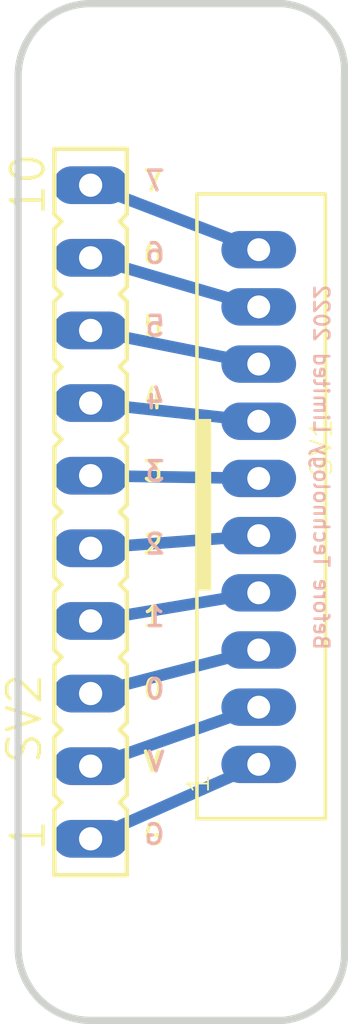
<source format=kicad_pcb>
(kicad_pcb (version 20211014) (generator pcbnew)
  (layers (0 "F.Cu" signal) (31 "B.Cu" signal) (34 "B.Paste" user) (35 "F.Paste" user) (36 "B.SilkS" user "B.Silkscreen") (37 "F.SilkS" user "F.Silkscreen") (38 "B.Mask" user) (39 "F.Mask" user) (44 "Edge.Cuts" user))
  (net 0 "")
  (net 1 "N$2")
  (net 2 "N$4")
  (net 3 "N$5")
  (net 4 "N$6")
  (net 5 "N$7")
  (net 6 "N$8")
  (net 7 "N$9")
  (net 8 "N$20")
  (net 9 "N$11")
  (net 10 "N$12")
  (footprint "weaver_sil01:JST_B10B-PH_HEADER" (layer "F.Cu") (at 151.164245 109.8296 -90)
    (fp_text reference "SV1" (at -6 -2.6825 -90) (layer "F.SilkS") (effects (font (size 0.747776 0.747776) (thickness 0.065024)) (justify left bottom)))
    (fp_text value "JST-PH_10-PIN_HEADER" hide)
    (fp_text user "1" (at 5.07 1.635 -90) (layer "F.SilkS") (effects (font (size 0.747776 0.747776) (thickness 0.065024)) (justify left bottom)))
    (fp_line (start 5.9 2.1175) (end -15.95 2.1175) (layer "F.SilkS") (width 0.127))
    (fp_line (start -15.95 -2.3825) (end 5.9 -2.3825) (layer "F.SilkS") (width 0.127))
    (fp_line (start -15.95 2.1175) (end -15.95 -2.3825) (layer "F.SilkS") (width 0.127))
    (fp_line (start 5.9 -2.3825) (end 5.9 2.1175) (layer "F.SilkS") (width 0.127))
    (fp_poly (pts (xy -8.08 2.1175) (xy -2.08 2.1175) (xy -2.08 1.6175) (xy -8.08 1.6175)) (layer "F.SilkS") (width 0) (fill solid))
    (pad "P1" thru_hole oval (at 4 -0.0475) (size 2.616 1.308) (drill 0.8) (layers *.Cu *.Mask) (net 10 "N$12"))
    (pad "P2" thru_hole oval (at 2 -0.0475) (size 2.616 1.308) (drill 0.8) (layers *.Cu *.Mask) (net 8 "N$20"))
    (pad "P3" thru_hole oval (at 0 -0.0475) (size 2.616 1.308) (drill 0.8) (layers *.Cu *.Mask) (net 2 "N$4"))
    (pad "P4" thru_hole oval (at -2 -0.0475) (size 2.616 1.308) (drill 0.8) (layers *.Cu *.Mask) (net 3 "N$5"))
    (pad "P5" thru_hole oval (at -4 -0.0475) (size 2.616 1.308) (drill 0.8) (layers *.Cu *.Mask) (net 4 "N$6"))
    (pad "P6" thru_hole oval (at -6 -0.0475) (size 2.616 1.308) (drill 0.8) (layers *.Cu *.Mask) (net 5 "N$7"))
    (pad "P7" thru_hole oval (at -8 -0.0475) (size 2.616 1.308) (drill 0.8) (layers *.Cu *.Mask) (net 6 "N$8"))
    (pad "P8" thru_hole oval (at -10 -0.0475) (size 2.616 1.308) (drill 0.8) (layers *.Cu *.Mask) (net 1 "N$2"))
    (pad "P9" thru_hole oval (at -12 -0.0475) (size 2.616 1.308) (drill 0.8) (layers *.Cu *.Mask) (net 7 "N$9"))
    (pad "P10" thru_hole oval (at -14 -0.0475) (size 2.616 1.308) (drill 0.8) (layers *.Cu *.Mask) (net 9 "N$11"))
  )
  (footprint "" (layer "F.Cu") (at 149.767245 120.2436)
    (fp_text reference "@HOLE1" hide)
    (fp_text value "" (at 0 0) (layer "F.SilkS") (effects (font (size 1.27 1.27))))
    (pad "" np_thru_hole circle (at 0 0) (size 3.2 3.2) (drill 3.2) (layers *.Cu *.Mask))
  )
  (footprint "" (layer "F.Cu") (at 149.767245 89.7636)
    (fp_text reference "@HOLE0" hide)
    (fp_text value "" (at 0 0) (layer "F.SilkS") (effects (font (size 1.27 1.27))))
    (pad "" np_thru_hole circle (at 0 0) (size 3.2 3.2) (drill 3.2) (layers *.Cu *.Mask))
  )
  (footprint "weaver_sil01:FE10" (layer "F.Cu") (at 145.322245 105.0036 90)
    (fp_text reference "SV2" (at -8.89 -1.651 90) (layer "F.SilkS") (effects (font (size 1.143 1.143) (thickness 0.127)) (justify left bottom)))
    (fp_text value "")
    (fp_text user "1" (at -11.938 -1.524 90) (layer "F.SilkS") (effects (font (size 1.143 1.143) (thickness 0.127)) (justify left bottom)))
    (fp_text user "10" (at 10.287 -1.524 90) (layer "F.SilkS") (effects (font (size 1.143 1.143) (thickness 0.127)) (justify left bottom)))
    (fp_line (start 2.54 -1.016) (end 2.286 -1.27) (layer "F.SilkS") (width 0.1524))
    (fp_line (start 5.08 1.016) (end 5.334 1.27) (layer "F.SilkS") (width 0.1524))
    (fp_line (start -7.62 1.016) (end -7.366 1.27) (layer "F.SilkS") (width 0.1524))
    (fp_line (start -0.254 -1.27) (end -2.286 -1.27) (layer "F.SilkS") (width 0.1524))
    (fp_line (start 10.414 1.27) (end 12.7 1.27) (layer "F.SilkS") (width 0.1524))
    (fp_line (start -10.16 -1.016) (end -10.414 -1.27) (layer "F.SilkS") (width 0.1524))
    (fp_line (start 7.874 -1.27) (end 7.62 -1.016) (layer "F.SilkS") (width 0.1524))
    (fp_line (start 5.334 1.27) (end 7.366 1.27) (layer "F.SilkS") (width 0.1524))
    (fp_line (start 5.08 -1.016) (end 4.826 -1.27) (layer "F.SilkS") (width 0.1524))
    (fp_line (start -7.874 1.27) (end -7.62 1.016) (layer "F.SilkS") (width 0.1524))
    (fp_line (start -7.62 -1.016) (end -7.874 -1.27) (layer "F.SilkS") (width 0.1524))
    (fp_line (start -4.826 1.27) (end -2.794 1.27) (layer "F.SilkS") (width 0.1524))
    (fp_line (start -7.366 -1.27) (end -7.62 -1.016) (layer "F.SilkS") (width 0.1524))
    (fp_line (start 7.366 -1.27) (end 5.334 -1.27) (layer "F.SilkS") (width 0.1524))
    (fp_line (start 9.906 -1.27) (end 7.874 -1.27) (layer "F.SilkS") (width 0.1524))
    (fp_line (start -12.7 -1.27) (end -12.7 1.27) (layer "F.SilkS") (width 0.1524))
    (fp_line (start -2.794 -1.27) (end -4.826 -1.27) (layer "F.SilkS") (width 0.1524))
    (fp_line (start -10.16 1.016) (end -9.906 1.27) (layer "F.SilkS") (width 0.1524))
    (fp_line (start 2.286 -1.27) (end 0.254 -1.27) (layer "F.SilkS") (width 0.1524))
    (fp_line (start -0.254 1.27) (end 0 1.016) (layer "F.SilkS") (width 0.1524))
    (fp_line (start 4.826 -1.27) (end 2.794 -1.27) (layer "F.SilkS") (width 0.1524))
    (fp_line (start 7.874 1.27) (end 9.906 1.27) (layer "F.SilkS") (width 0.1524))
    (fp_line (start -9.906 -1.27) (end -10.16 -1.016) (layer "F.SilkS") (width 0.1524))
    (fp_line (start -5.08 1.016) (end -4.826 1.27) (layer "F.SilkS") (width 0.1524))
    (fp_line (start 2.794 -1.27) (end 2.54 -1.016) (layer "F.SilkS") (width 0.1524))
    (fp_line (start 10.16 -1.016) (end 9.906 -1.27) (layer "F.SilkS") (width 0.1524))
    (fp_line (start -5.334 -1.27) (end -7.366 -1.27) (layer "F.SilkS") (width 0.1524))
    (fp_line (start 7.62 -1.016) (end 7.366 -1.27) (layer "F.SilkS") (width 0.1524))
    (fp_line (start 12.7 -1.27) (end 10.414 -1.27) (layer "F.SilkS") (width 0.1524))
    (fp_line (start -2.794 1.27) (end -2.54 1.016) (layer "F.SilkS") (width 0.1524))
    (fp_line (start 0.254 1.27) (end 2.286 1.27) (layer "F.SilkS") (width 0.1524))
    (fp_line (start -12.7 1.27) (end -10.414 1.27) (layer "F.SilkS") (width 0.1524))
    (fp_line (start 7.366 1.27) (end 7.62 1.016) (layer "F.SilkS") (width 0.1524))
    (fp_line (start -7.874 -1.27) (end -9.906 -1.27) (layer "F.SilkS") (width 0.1524))
    (fp_line (start 2.54 1.016) (end 2.794 1.27) (layer "F.SilkS") (width 0.1524))
    (fp_line (start 4.826 1.27) (end 5.08 1.016) (layer "F.SilkS") (width 0.1524))
    (fp_line (start 2.794 1.27) (end 4.826 1.27) (layer "F.SilkS") (width 0.1524))
    (fp_line (start -7.366 1.27) (end -5.334 1.27) (layer "F.SilkS") (width 0.1524))
    (fp_line (start -5.08 -1.016) (end -5.334 -1.27) (layer "F.SilkS") (width 0.1524))
    (fp_line (start -5.334 1.27) (end -5.08 1.016) (layer "F.SilkS") (width 0.1524))
    (fp_line (start -2.54 1.016) (end -2.286 1.27) (layer "F.SilkS") (width 0.1524))
    (fp_line (start 10.16 1.016) (end 10.414 1.27) (layer "F.SilkS") (width 0.1524))
    (fp_line (start 0 -1.016) (end -0.254 -1.27) (layer "F.SilkS") (width 0.1524))
    (fp_line (start 12.7 1.27) (end 12.7 -1.27) (layer "F.SilkS") (width 0.1524))
    (fp_line (start -10.414 -1.27) (end -12.7 -1.27) (layer "F.SilkS") (width 0.1524))
    (fp_line (start 9.906 1.27) (end 10.16 1.016) (layer "F.SilkS") (width 0.1524))
    (fp_line (start 10.414 -1.27) (end 10.16 -1.016) (layer "F.SilkS") (width 0.1524))
    (fp_line (start 0.254 -1.27) (end 0 -1.016) (layer "F.SilkS") (width 0.1524))
    (fp_line (start 7.62 1.016) (end 7.874 1.27) (layer "F.SilkS") (width 0.1524))
    (fp_line (start 0 1.016) (end 0.254 1.27) (layer "F.SilkS") (width 0.1524))
    (fp_line (start 2.286 1.27) (end 2.54 1.016) (layer "F.SilkS") (width 0.1524))
    (fp_line (start -10.414 1.27) (end -10.16 1.016) (layer "F.SilkS") (width 0.1524))
    (fp_line (start -4.826 -1.27) (end -5.08 -1.016) (layer "F.SilkS") (width 0.1524))
    (fp_line (start 5.334 -1.27) (end 5.08 -1.016) (layer "F.SilkS") (width 0.1524))
    (fp_line (start -9.906 1.27) (end -7.874 1.27) (layer "F.SilkS") (width 0.1524))
    (fp_line (start -2.286 1.27) (end -0.254 1.27) (layer "F.SilkS") (width 0.1524))
    (fp_line (start -2.54 -1.016) (end -2.794 -1.27) (layer "F.SilkS") (width 0.1524))
    (fp_line (start -2.286 -1.27) (end -2.54 -1.016) (layer "F.SilkS") (width 0.1524))
    (pad "1" thru_hole oval (at -11.43 0 180) (size 2.6416 1.3208) (drill 0.8128) (layers *.Cu *.Mask) (net 10 "N$12"))
    (pad "2" thru_hole oval (at -8.89 0 180) (size 2.6416 1.3208) (drill 0.8128) (layers *.Cu *.Mask) (net 8 "N$20"))
    (pad "3" thru_hole oval (at -6.35 0 180) (size 2.6416 1.3208) (drill 0.8128) (layers *.Cu *.Mask) (net 2 "N$4"))
    (pad "4" thru_hole oval (at -3.81 0 180) (size 2.6416 1.3208) (drill 0.8128) (layers *.Cu *.Mask) (net 3 "N$5"))
    (pad "5" thru_hole oval (at -1.27 0 180) (size 2.6416 1.3208) (drill 0.8128) (layers *.Cu *.Mask) (net 4 "N$6"))
    (pad "6" thru_hole oval (at 1.27 0 180) (size 2.6416 1.3208) (drill 0.8128) (layers *.Cu *.Mask) (net 5 "N$7"))
    (pad "7" thru_hole oval (at 3.81 0 180) (size 2.6416 1.3208) (drill 0.8128) (layers *.Cu *.Mask) (net 6 "N$8"))
    (pad "8" thru_hole oval (at 6.35 0 180) (size 2.6416 1.3208) (drill 0.8128) (layers *.Cu *.Mask) (net 1 "N$2"))
    (pad "9" thru_hole oval (at 8.89 0 180) (size 2.6416 1.3208) (drill 0.8128) (layers *.Cu *.Mask) (net 7 "N$9"))
    (pad "10" thru_hole oval (at 11.43 0 180) (size 2.6416 1.3208) (drill 0.8128) (layers *.Cu *.Mask) (net 9 "N$11"))
  )
  (gr_arc (start 154.212245 120.2436) (mid 153.658796 121.960744) (end 152.053245 122.7836) (layer "Edge.Cuts") (width 0.254))
  (gr_line (start 145.322245 87.2236) (end 152.053245 87.2236) (layer "Edge.Cuts") (width 0.254))
  (gr_arc (start 145.322245 122.7836) (mid 143.526194 122.039651) (end 142.782245 120.2436) (layer "Edge.Cuts") (width 0.254))
  (gr_arc (start 152.053245 87.2236) (mid 153.658796 88.046456) (end 154.212245 89.7636) (layer "Edge.Cuts") (width 0.254))
  (gr_line (start 142.782245 89.7636) (end 142.782245 120.2436) (layer "Edge.Cuts") (width 0.254))
  (gr_line (start 154.212245 89.7636) (end 154.212245 120.2436) (layer "Edge.Cuts") (width 0.254))
  (gr_line (start 152.053245 122.7836) (end 145.322245 122.7836) (layer "Edge.Cuts") (width 0.254))
  (gr_arc (start 142.782245 89.7636) (mid 143.526194 87.967549) (end 145.322245 87.2236) (layer "Edge.Cuts") (width 0.254))
  (gr_text "G" (at 147.989245 116.6876) (layer "B.SilkS") (effects (font (size 0.69088 0.69088) (thickness 0.12192)) (justify left bottom mirror)))
  (gr_text "1" (at 147.989245 109.0676) (layer "B.SilkS") (effects (font (size 0.69088 0.69088) (thickness 0.12192)) (justify left bottom mirror)))
  (gr_text "Before Technology Limited 2022" (at 153.704245 97.0026 -90) (layer "B.SilkS") (effects (font (size 0.51816 0.51816) (thickness 0.09144)) (justify right top mirror)))
  (gr_text "7" (at 147.989245 93.8276) (layer "B.SilkS") (effects (font (size 0.69088 0.69088) (thickness 0.12192)) (justify left bottom mirror)))
  (gr_text "5" (at 147.989245 98.9076) (layer "B.SilkS") (effects (font (size 0.69088 0.69088) (thickness 0.12192)) (justify left bottom mirror)))
  (gr_text "2" (at 147.989245 106.5276) (layer "B.SilkS") (effects (font (size 0.69088 0.69088) (thickness 0.12192)) (justify left bottom mirror)))
  (gr_text "3" (at 147.989245 103.9876) (layer "B.SilkS") (effects (font (size 0.69088 0.69088) (thickness 0.12192)) (justify left bottom mirror)))
  (gr_text "V" (at 147.989245 114.1476) (layer "B.SilkS") (effects (font (size 0.69088 0.69088) (thickness 0.12192)) (justify left bottom mirror)))
  (gr_text "0" (at 147.989245 111.6076) (layer "B.SilkS") (effects (font (size 0.69088 0.69088) (thickness 0.12192)) (justify left bottom mirror)))
  (gr_text "4" (at 147.989245 101.4476) (layer "B.SilkS") (effects (font (size 0.69088 0.69088) (thickness 0.12192)) (justify left bottom mirror)))
  (gr_text "6" (at 147.989245 96.3676) (layer "B.SilkS") (effects (font (size 0.69088 0.69088) (thickness 0.12192)) (justify left bottom mirror)))
  (gr_text "2" (at 147.100245 106.5276) (layer "F.SilkS") (effects (font (size 0.69088 0.69088) (thickness 0.12192)) (justify left bottom)))
  (gr_text "3" (at 147.100245 103.9876) (layer "F.SilkS") (effects (font (size 0.69088 0.69088) (thickness 0.12192)) (justify left bottom)))
  (gr_text "1" (at 147.100245 109.0676) (layer "F.SilkS") (effects (font (size 0.69088 0.69088) (thickness 0.12192)) (justify left bottom)))
  (gr_text "5" (at 147.100245 98.9076) (layer "F.SilkS") (effects (font (size 0.69088 0.69088) (thickness 0.12192)) (justify left bottom)))
  (gr_text "7" (at 147.100245 93.8276) (layer "F.SilkS") (effects (font (size 0.69088 0.69088) (thickness 0.12192)) (justify left bottom)))
  (gr_text "6" (at 147.100245 96.3676) (layer "F.SilkS") (effects (font (size 0.69088 0.69088) (thickness 0.12192)) (justify left bottom)))
  (gr_text "V" (at 147.100245 114.1476) (layer "F.SilkS") (effects (font (size 0.69088 0.69088) (thickness 0.12192)) (justify left bottom)))
  (gr_text "4" (at 147.100245 101.4476) (layer "F.SilkS") (effects (font (size 0.69088 0.69088) (thickness 0.12192)) (justify left bottom)))
  (gr_text "0" (at 147.100245 111.6076) (layer "F.SilkS") (effects (font (size 0.69088 0.69088) (thickness 0.12192)) (justify left bottom)))
  (gr_text "G" (at 147.100245 116.6876) (layer "F.SilkS") (effects (font (size 0.69088 0.69088) (thickness 0.12192)) (justify left bottom)))
  (segment (start 151.211745 99.8296) (end 145.322245 98.6536) (width 0.4064) (layer "B.Cu") (net 1))
  (segment (start 151.211745 109.8296) (end 145.322245 111.3536) (width 0.4064) (layer "B.Cu") (net 2))
  (segment (start 151.211745 107.8296) (end 145.322245 108.8136) (width 0.4064) (layer "B.Cu") (net 3))
  (segment (start 151.211745 105.8296) (end 145.322245 106.2736) (width 0.4064) (layer "B.Cu") (net 4))
  (segment (start 151.211745 103.8296) (end 145.322245 103.7336) (width 0.4064) (layer "B.Cu") (net 5))
  (segment (start 151.211745 101.8296) (end 145.322245 101.1936) (width 0.4064) (layer "B.Cu") (net 6))
  (segment (start 151.211745 97.8296) (end 145.322245 96.1136) (width 0.4064) (layer "B.Cu") (net 7))
  (segment (start 151.211745 111.8296) (end 145.322245 113.8936) (width 0.4064) (layer "B.Cu") (net 8))
  (segment (start 151.211745 95.8296) (end 145.322245 93.5736) (width 0.4064) (layer "B.Cu") (net 9))
  (segment (start 151.211745 113.8296) (end 145.322245 116.4336) (width 0.4064) (layer "B.Cu") (net 10))
)
</source>
